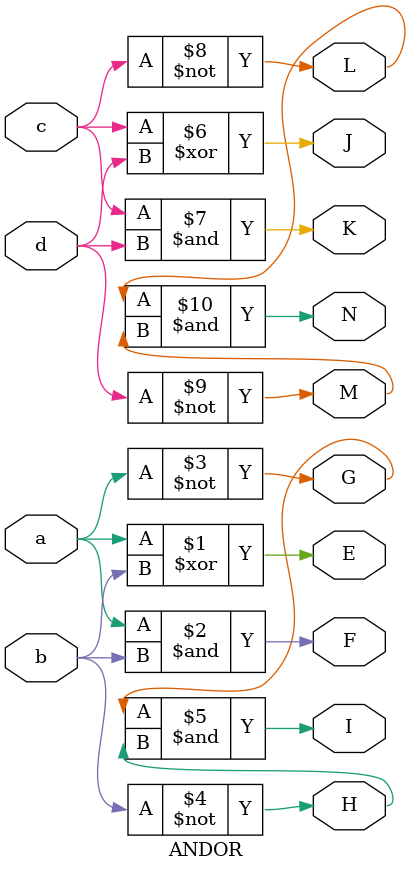
<source format=v>
module ANDOR (a, b, c, d, E, F, G, H, I, J, K, L, M, N);
	input a, b, c, d;
	output E, F, G, H, I, J, K, L, M, N;
  assign E = a ^ b;
  assign F = a & b;
  assign G = ~ a;
  assign H = ~ b;
  assign I = G & H;
  assign J = c ^ d;
  assign K = c & d;
  assign L = ~ c;
  assign M = ~ d;
  assign N = L & M; 
endmodule
// end of Verilog code


</source>
